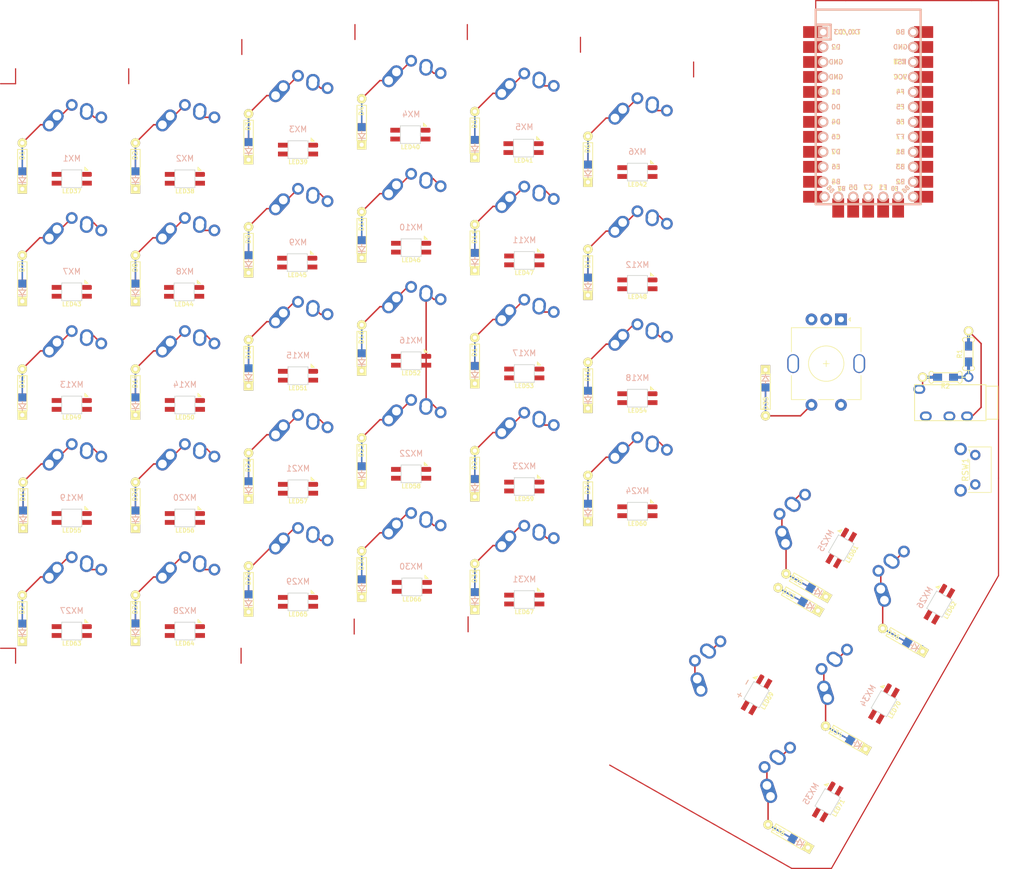
<source format=kicad_pcb>
(kicad_pcb (version 20211014) (generator pcbnew)
  (layers (0 "F.Cu" signal) (31 "B.Cu" signal) (34 "B.Paste" user) (35 "F.Paste" user) (36 "B.SilkS" user "B.Silkscreen") (37 "F.SilkS" user "F.Silkscreen") (38 "B.Mask" user) (39 "F.Mask" user) (44 "Edge.Cuts" user))
  (net 0 "")
  (net 1 "Net-(D1-Pad2)")
  (net 2 "ROW0")
  (net 3 "Net-(D2-Pad2)")
  (net 4 "Net-(D3-Pad2)")
  (net 5 "Net-(D4-Pad2)")
  (net 6 "Net-(D5-Pad2)")
  (net 7 "Net-(D6-Pad2)")
  (net 8 "Net-(D7-Pad2)")
  (net 9 "ROW1")
  (net 10 "Net-(D8-Pad2)")
  (net 11 "Net-(D9-Pad2)")
  (net 12 "Net-(D10-Pad2)")
  (net 13 "Net-(D11-Pad2)")
  (net 14 "Net-(D12-Pad2)")
  (net 15 "Net-(D13-Pad2)")
  (net 16 "ROW2")
  (net 17 "Net-(D14-Pad2)")
  (net 18 "Net-(D15-Pad2)")
  (net 19 "Net-(D16-Pad2)")
  (net 20 "Net-(D17-Pad2)")
  (net 21 "Net-(D18-Pad2)")
  (net 22 "Net-(D19-Pad2)")
  (net 23 "ROW3")
  (net 24 "Net-(D20-Pad2)")
  (net 25 "Net-(D21-Pad2)")
  (net 26 "Net-(D22-Pad2)")
  (net 27 "Net-(D23-Pad2)")
  (net 28 "Net-(D24-Pad2)")
  (net 29 "Net-(D25-Pad2)")
  (net 30 "Net-(D26-Pad2)")
  (net 31 "Net-(D27-Pad2)")
  (net 32 "ROW4")
  (net 33 "Net-(D28-Pad2)")
  (net 34 "Net-(D29-Pad2)")
  (net 35 "Net-(D30-Pad2)")
  (net 36 "Net-(D31-Pad2)")
  (net 37 "Net-(D33-Pad2)")
  (net 38 "Net-(D34-Pad2)")
  (net 39 "Net-(D35-Pad2)")
  (net 40 "ROW5")
  (net 41 "Net-(D36-Pad2)")
  (net 42 "GND")
  (net 43 "+5V")
  (net 44 "BACKLIGHT")
  (net 45 "COL0")
  (net 46 "COL1")
  (net 47 "COL2")
  (net 48 "COL3")
  (net 49 "COL4")
  (net 50 "COL5")
  (net 51 "COL6")
  (net 52 "COL7")
  (net 53 "Net-(R1-Pad2)")
  (net 54 "ROT1")
  (net 55 "ROT2")
  (net 56 "Net-(U1-Pad5)")
  (net 57 "LEDSTRIP")
  (net 62 "Net-(LED37-Pad1)")
  (net 63 "Net-(LED38-Pad1)")
  (net 64 "Net-(LED39-Pad1)")
  (net 65 "Net-(LED40-Pad1)")
  (net 66 "Net-(LED41-Pad1)")
  (net 67 "Net-(LED42-Pad1)")
  (net 68 "Net-(LED43-Pad1)")
  (net 69 "Net-(LED44-Pad1)")
  (net 70 "Net-(LED45-Pad1)")
  (net 71 "Net-(LED46-Pad1)")
  (net 72 "Net-(LED47-Pad1)")
  (net 73 "Net-(LED48-Pad1)")
  (net 74 "Net-(LED49-Pad1)")
  (net 75 "Net-(LED50-Pad1)")
  (net 76 "Net-(LED51-Pad1)")
  (net 77 "Net-(LED52-Pad1)")
  (net 78 "Net-(LED53-Pad1)")
  (net 79 "Net-(LED54-Pad1)")
  (net 80 "Net-(LED55-Pad1)")
  (net 81 "Net-(LED56-Pad1)")
  (net 82 "Net-(LED57-Pad1)")
  (net 83 "Net-(LED58-Pad1)")
  (net 84 "Net-(LED59-Pad1)")
  (net 85 "Net-(LED60-Pad1)")
  (net 86 "Net-(LED61-Pad1)")
  (net 87 "Net-(LED62-Pad1)")
  (net 88 "Net-(LED63-Pad1)")
  (net 89 "Net-(LED64-Pad1)")
  (net 90 "Net-(LED65-Pad1)")
  (net 91 "Net-(LED66-Pad1)")
  (net 92 "Net-(LED67-Pad1)")
  (net 93 "Net-(LED69-Pad1)")
  (net 94 "Net-(LED70-Pad1)")
  (net 96 "Net-(RSW1-Pad1)")
  (net 97 "Net-(RSW1-Pad3)")
  (footprint "Keebio-parts:MX-Alps-Choc-1U-NoLED" (layer "F.Cu") (at 135.255 77.702866)
    (fp_text reference "MX18")
    (fp_text value "MX-NoLED")
  )
  (footprint "Keebio-parts:MX-Alps-Choc-1U-NoLED" (layer "F.Cu") (at 77.724 54.715866)
    (fp_text reference "MX9")
    (fp_text value "MX-NoLED")
  )
  (footprint "Keebio-parts:MX-Alps-Choc-1U-NoLED" (layer "F.Cu") (at 39.37 78.845866)
    (fp_text reference "MX13")
    (fp_text value "MX-NoLED")
  )
  (footprint "Keebio-parts:SK6812-MINI-E" (layer "F.Cu") (at 77.724 99.695)
    (fp_text reference "LED57")
    (fp_text value "SK6812MINI" hide)
    (fp_line (start -1.7 1.5) (end -1.7 -1.5) (layer "Edge.Cuts") (width 0.12))
    (fp_line (start -1.7 -1.5) (end 1.7 -1.5) (layer "Edge.Cuts") (width 0.12))
    (fp_line (start 1.7 -1.5) (end 1.7 1.5) (layer "Edge.Cuts") (width 0.12))
    (fp_line (start 1.7 1.5) (end -1.7 1.5) (layer "Edge.Cuts") (width 0.12))
  )
  (footprint "Keebio-parts:Diode-hybrid-3pad" (layer "F.Cu") (at 162.484501 118.424866 -30)
    (fp_text reference "D33")
    (fp_text value "D_Small_Filled" hide)
  )
  (footprint "Keebio-parts:Diode-hybrid-3pad" (layer "F.Cu") (at 50.165 83.290866 -90)
    (fp_text reference "D14")
    (fp_text value "D_Small_Filled" hide)
  )
  (footprint "Keebio-parts:MX-Alps-Choc-1U-NoLED" (layer "F.Cu") (at 116.078 111.865866)
    (fp_text reference "MX31")
    (fp_text value "MX-NoLED")
  )
  (footprint "Keebio-parts:SK6812-MINI-E" (layer "F.Cu") (at 58.547 123.825)
    (fp_text reference "LED64")
    (fp_text value "SK6812MINI" hide)
    (fp_line (start 1.7 1.5) (end -1.7 1.5) (layer "Edge.Cuts") (width 0.12))
    (fp_line (start -1.7 1.5) (end -1.7 -1.5) (layer "Edge.Cuts") (width 0.12))
    (fp_line (start -1.7 -1.5) (end 1.7 -1.5) (layer "Edge.Cuts") (width 0.12))
    (fp_line (start 1.7 -1.5) (end 1.7 1.5) (layer "Edge.Cuts") (width 0.12))
  )
  (footprint "Keebio-parts:Diode-hybrid-3pad" (layer "F.Cu") (at 170.534917 141.890866 -30)
    (fp_text reference "D34")
    (fp_text value "D_Small_Filled" hide)
  )
  (footprint "Keebio-parts:MX-Alps-Choc-1U-NoLED" (layer "F.Cu") (at 116.078 35.157866)
    (fp_text reference "MX5")
    (fp_text value "MX-NoLED")
  )
  (footprint "Keebio-parts:MX-Alps-Choc-1U-NoLED" (layer "F.Cu") (at 116.078 73.511866)
    (fp_text reference "MX17")
    (fp_text value "MX-NoLED")
  )
  (footprint "Keebio-parts:Diode-hybrid-3pad" (layer "F.Cu") (at 88.519 94.974866 -90)
    (fp_text reference "D22")
    (fp_text value "D_Small_Filled" hide)
  )
  (footprint "Keebio-parts:Diode-hybrid-3pad" (layer "F.Cu") (at 30.988 44.936866 -90)
    (fp_text reference "D1")
    (fp_text value "D_Small_Filled" hide)
  )
  (footprint "Keebio-parts:MX-Alps-Choc-1U-NoLED" (layer "F.Cu") (at 77.724 35.538866)
    (fp_text reference "MX3")
    (fp_text value "MX-NoLED")
  )
  (footprint "Keebio-parts:SK6812-MINI-E" (layer "F.Cu") (at 186.436 119.253 60)
    (fp_text reference "LED62")
    (fp_text value "SK6812MINI" hide)
    (fp_line (start 1.7 1.5) (end -1.7 1.5) (layer "Edge.Cuts") (width 0.12))
    (fp_line (start 1.7 -1.5) (end 1.7 1.5) (layer "Edge.Cuts") (width 0.12))
    (fp_line (start -1.7 1.5) (end -1.7 -1.5) (layer "Edge.Cuts") (width 0.12))
    (fp_line (start -1.7 -1.5) (end 1.7 -1.5) (layer "Edge.Cuts") (width 0.12))
  )
  (footprint "Keebio-parts:SK6812-MINI-E" (layer "F.Cu") (at 155.448 134.62 60)
    (fp_text reference "LED69")
    (fp_text value "SK6812MINI" hide)
    (fp_line (start -1.7 1.5) (end -1.7 -1.5) (layer "Edge.Cuts") (width 0.12))
    (fp_line (start 1.7 -1.5) (end 1.7 1.5) (layer "Edge.Cuts") (width 0.12))
    (fp_line (start -1.7 -1.5) (end 1.7 -1.5) (layer "Edge.Cuts") (width 0.12))
    (fp_line (start 1.7 1.5) (end -1.7 1.5) (layer "Edge.Cuts") (width 0.12))
  )
  (footprint "Keebio-parts:SK6812-MINI-E" (layer "F.Cu") (at 135.255 103.505)
    (fp_text reference "LED60")
    (fp_text value "SK6812MINI" hide)
    (fp_line (start -1.7 -1.5) (end 1.7 -1.5) (layer "Edge.Cuts") (width 0.12))
    (fp_line (start 1.7 1.5) (end -1.7 1.5) (layer "Edge.Cuts") (width 0.12))
    (fp_line (start 1.7 -1.5) (end 1.7 1.5) (layer "Edge.Cuts") (width 0.12))
    (fp_line (start -1.7 1.5) (end -1.7 -1.5) (layer "Edge.Cuts") (width 0.12))
  )
  (footprint "Keebio-parts:RotaryEncoder_EC11" (layer "F.Cu") (at 167.259 78.464866 -90)
    (fp_text reference "SW1")
    (fp_text value "RotaryEncoder_Switch")
  )
  (footprint "Keebio-parts:SK6812-MINI-E" (layer "F.Cu") (at 135.255 45.974)
    (fp_text reference "LED42")
    (fp_text value "SK6812MINI" hide)
    (fp_line (start 1.7 1.5) (end -1.7 1.5) (layer "Edge.Cuts") (width 0.12))
    (fp_line (start -1.7 -1.5) (end 1.7 -1.5) (layer "Edge.Cuts") (width 0.12))
    (fp_line (start -1.7 1.5) (end -1.7 -1.5) (layer "Edge.Cuts") (width 0.12))
    (fp_line (start 1.7 -1.5) (end 1.7 1.5) (layer "Edge.Cuts") (width 0.12))
  )
  (footprint "Keebio-parts:Diode-hybrid-3pad" (layer "F.Cu") (at 69.342 116.691866 -90)
    (fp_text reference "D29")
    (fp_text value "D_Small_Filled" hide)
  )
  (footprint "Keebio-parts:Diode-hybrid-3pad" (layer "F.Cu") (at 180.213 125.327866 -30)
    (fp_text reference "D26")
    (fp_text value "D_Small_Filled" hide)
  )
  (footprint "Keebio-parts:SK6812-MINI-E" (layer "F.Cu") (at 39.37 85.471)
    (fp_text reference "LED49")
    (fp_text value "SK6812MINI" hide)
    (fp_line (start -1.7 1.5) (end -1.7 -1.5) (layer "Edge.Cuts") (width 0.12))
    (fp_line (start 1.7 1.5) (end -1.7 1.5) (layer "Edge.Cuts") (width 0.12))
    (fp_line (start 1.7 -1.5) (end 1.7 1.5) (layer "Edge.Cuts") (width 0.12))
    (fp_line (start -1.7 -1.5) (end 1.7 -1.5) (layer "Edge.Cuts") (width 0.12))
  )
  (footprint "Keebio-parts:MX-Alps-Choc-1U-NoLED" (layer "F.Cu") (at 181.229 116.564866 60)
    (fp_text reference "MX26")
    (fp_text value "MX-NoLED")
  )
  (footprint "Keebio-parts:MX-Alps-Choc-1U-NoLED" (layer "F.Cu") (at 77.724 112.246866)
    (fp_text reference "MX29")
    (fp_text value "MX-NoLED")
  )
  (footprint "Keebio-parts:Diode-hybrid-3pad" (layer "F.Cu") (at 69.342 59.160866 -90)
    (fp_text reference "D9")
    (fp_text value "D_Small_Filled" hide)
  )
  (footprint "Keebio-parts:MX-Alps-Choc-1U-NoLED" (layer "F.Cu") (at 96.901 52.175866)
    (fp_text reference "MX10")
    (fp_text value "MX-NoLED")
  )
  (footprint "Keebio-parts:Diode-hybrid-3pad" (layer "F.Cu") (at 50.165 44.936866 -90)
    (fp_text reference "D2")
    (fp_text value "D_Small_Filled" hide)
  )
  (footprint "Keebio-parts:MX-Alps-Choc-1U-NoLED" (layer "F.Cu") (at 96.901 71.352866)
    (fp_text reference "MX16")
    (fp_text value "MX-NoLED")
  )
  (footprint "Keebio-parts:SK6812-MINI-E" (layer "F.Cu") (at 116.078 99.314)
    (fp_text reference "LED59")
    (fp_text value "SK6812MINI" hide)
    (fp_line (start 1.7 1.5) (end -1.7 1.5) (layer "Edge.Cuts") (width 0.12))
    (fp_line (start -1.7 1.5) (end -1.7 -1.5) (layer "Edge.Cuts") (width 0.12))
    (fp_line (start 1.7 -1.5) (end 1.7 1.5) (layer "Edge.Cuts") (width 0.12))
    (fp_line (start -1.7 -1.5) (end 1.7 -1.5) (layer "Edge.Cuts") (width 0.12))
  )
  (footprint "Keebio-parts:MX-Alps-Choc-1U-NoLED" (layer "F.Cu") (at 39.37 59.668866)
    (fp_text reference "MX7")
    (fp_text value "MX-NoLED")
  )
  (footprint "Keebio-parts:Diode-hybrid-3pad" (layer "F.Cu") (at 107.696 58.779866 -90)
    (fp_text reference "D11")
    (fp_text value "D_Small_Filled" hide)
  )
  (footprint "Keebio-parts:Diode-hybrid-3pad" (layer "F.Cu") (at 69.342 78.337866 -90)
    (fp_text reference "D15")
    (fp_text value "D_Small_Filled" hide)
  )
  (footprint "Keebio-parts:MX-Alps-Choc-1U-NoLED" (layer "F.Cu") (at 135.255 58.525866)
    (fp_text reference "MX12")
    (fp_text value "MX-NoLED")
  )
  (footprint "Keebio-parts:SK6812-MINI-E" (layer "F.Cu") (at 77.597 61.332)
    (fp_text reference "LED45")
    (fp_text value "SK6812MINI" hide)
    (fp_line (start 1.7 1.5) (end -1.7 1.5) (layer "Edge.Cuts") (width 0.12))
    (fp_line (start -1.7 1.5) (end -1.7 -1.5) (layer "Edge.Cuts") (width 0.12))
    (fp_line (start 1.7 -1.5) (end 1.7 1.5) (layer "Edge.Cuts") (width 0.12))
    (fp_line (start -1.7 -1.5) (end 1.7 -1.5) (layer "Edge.Cuts") (width 0.12))
  )
  (footprint "Keebio-parts:MX-Alps-Choc-1U-NoLED" (layer "F.Cu") (at 96.901 90.529866)
    (fp_text reference "MX22")
    (fp_text value "MX-NoLED")
  )
  (footprint "Keebio-parts:Diode-hybrid-3pad" (layer "F.Cu") (at 107.696 97.133866 -90)
    (fp_text reference "D23")
    (fp_text value "D_Small_Filled" hide)
  )
  (footprint "Keebio-parts:SK6812-MINI-E" (layer "F.Cu") (at 116.078 60.96)
    (fp_text reference "LED47")
    (fp_text value "SK6812MINI" hide)
    (fp_line (start 1.7 1.5) (end -1.7 1.5) (layer "Edge.Cuts") (width 0.12))
    (fp_line (start -1.7 1.5) (end -1.7 -1.5) (layer "Edge.Cuts") (width 0.12))
    (fp_line (start -1.7 -1.5) (end 1.7 -1.5) (layer "Edge.Cuts") (width 0.12))
    (fp_line (start 1.7 -1.5) (end 1.7 1.5) (layer "Edge.Cuts") (width 0.12))
  )
  (footprint "Keebio-parts:SK6812-MINI-E" (layer "F.Cu") (at 97.028 116.332)
    (fp_text reference "LED66")
    (fp_text value "SK6812MINI" hide)
    (fp_line (start 1.7 -1.5) (end 1.7 1.5) (layer "Edge.Cuts") (width 0.12))
    (fp_line (start -1.7 1.5) (end -1.7 -1.5) (layer "Edge.Cuts") (width 0.12))
    (fp_line (start -1.7 -1.5) (end 1.7 -1.5) (layer "Edge.Cuts") (width 0.12))
    (fp_line (start 1.7 1.5) (end -1.7 1.5) (layer "Edge.Cuts") (width 0.12))
  )
  (footprint "Keebio-parts:Diode-hybrid-3pad" (layer "F.Cu") (at 30.988 63.986866 -90)
    (fp_text reference "D7")
    (fp_text value "D_Small_Filled" hide)
  )
  (footprint "Keebio-parts:MX-Alps-Choc-1U-NoLED" (layer "F.Cu") (at 135.255 96.879866)
    (fp_text reference "MX24")
    (fp_text value "MX-NoLED")
  )
  (footprint "Keebio-parts:Diode-hybrid-3pad" (layer "F.Cu") (at 88.519 56.620866 -90)
    (fp_text reference "D10")
    (fp_text value "D_Small_Filled" hide)
  )
  (footprint "Keebio-parts:Diode-hybrid-3pad" (layer "F.Cu") (at 126.873 82.147866 -90)
    (fp_text reference "D18")
    (fp_text value "D_Small_Filled" hide)
  )
  (footprint "Keebio-parts:SK6812-MINI-E" (layer "F.Cu") (at 39.37 123.825)
    (fp_text reference "LED63")
    (fp_text value "SK6812MINI" hide)
    (fp_line (start 1.7 -1.5) (end 1.7 1.5) (layer "Edge.Cuts") (width 0.12))
    (fp_line (start -1.7 1.5) (end -1.7 -1.5) (layer "Edge.Cuts") (width 0.12))
    (fp_line (start 1.7 1.5) (end -1.7 1.5) (layer "Edge.Cuts") (width 0.12))
    (fp_line (start -1.7 -1.5) (end 1.7 -1.5) (layer "Edge.Cuts") (width 0.12))
  )
  (footprint "Keebio-parts:MX-Alps-Choc-1U-NoLED" (layer "F.Cu") (at 58.547 78.845866)
    (fp_text reference "MX14")
    (fp_text value "MX-NoLED")
  )
  (footprint "Keebio-parts:Diode-hybrid-3pad" (layer "F.Cu") (at 107.696 39.602866 -90)
    (fp_text reference "D5")
    (fp_text value "D_Small_Filled" hide)
  )
  (footprint "Keebio-parts:Diode-hybrid-3pad" (layer "F.Cu") (at 30.988 83.290866 -90)
    (fp_text reference "D13")
    (fp_text value "D_Small_Filled" hide)
  )
  (footprint "Keebio-parts:Diode-hybrid-3pad" (layer "F.Cu") (at 50.165 121.620866 -90)
    (fp_text reference "D28")
    (fp_text value "D_Small_Filled" hide)
  )
  (footprint "Keebio-parts:Resistor-Hybrid" (layer "F.Cu") (at 187.499 80.772)
    (fp_text reference "R2")
    (fp_text value "4.7kOhm" hide)
  )
  (footprint "Keebio-parts:MX-Alps-Choc-1U-NoLED" (layer "F.Cu") (at 161.925 149.838866 60)
    (fp_text reference "MX35")
    (fp_text value "MX-NoLED")
  )
  (footprint "Keebio-parts:Diode-hybrid-3pad" (layer "F.Cu") (at 31.115 102.467866 -90)
    (fp_text reference "D19")
    (fp_text value "D_Small_Filled" hide)
  )
  (footprint "Keebio-parts:SK6812-MINI-E" (layer "F.Cu") (at 39.37 66.285)
    (fp_text reference "LED43")
    (fp_text value "SK6812MINI" hide)
    (fp_line (start 1.7 -1.5) (end 1.7 1.5) (layer "Edge.Cuts") (width 0.12))
    (fp_line (start 1.7 1.5) (end -1.7 1.5) (layer "Edge.Cuts") (width 0.12))
    (fp_line (start -1.7 1.5) (end -1.7 -1.5) (layer "Edge.Cuts") (width 0.12))
    (fp_line (start -1.7 -1.5) (end 1.7 -1.5) (layer "Edge.Cuts") (width 0.12))
  )
  (footprint "Keebio-parts:Diode-hybrid-3pad" (layer "F.Cu") (at 126.873 101.324866 -90)
    (fp_text reference "D24")
    (fp_text value "D_Small_Filled" hide)
  )
  (footprint "Keebio-parts:MX-Alps-Choc-1U-NoLED" (layer "F.Cu") (at 171.577 133.201866 60)
    (fp_text reference "MX34")
    (fp_text value "MX-NoLED")
  )
  (footprint "Keebio-parts:Elite-C-castellated-29pin-holes" (layer "F.Cu") (at 174.371 36.195 -90)
    (fp_text reference "U1" hide)
    (fp_text value "Elite-C" hide)
  )
  (footprint "Keebio-parts:SK6812-MINI-E" (layer "F.Cu") (at 39.37 104.648)
    (fp_text reference "LED55")
    (fp_text value "SK6812MINI" hide)
    (fp_line (start -1.7 1.5) (end -1.7 -1.5) (layer "Edge.Cuts") (width 0.12))
    (fp_line (start 1.7 1.5) (end -1.7 1.5) (layer "Edge.Cuts") (width 0.12))
    (fp_line (start -1.7 -1.5) (end 1.7 -1.5) (layer "Edge.Cuts") (width 0.12))
    (fp_line (start 1.7 -1.5) (end 1.7 1.5) (layer "Edge.Cuts") (width 0.12))
  )
  (footprint "Keebio-parts:SK6812-MINI-E" (layer "F.Cu") (at 96.774 39.624)
    (fp_text reference "LED40")
    (fp_text value "SK6812MINI" hide)
    (fp_line (start -1.7 1.5) (end -1.7 -1.5) (layer "Edge.Cuts") (width 0.12))
    (fp_line (start -1.7 -1.5) (end 1.7 -1.5) (layer "Edge.Cuts") (width 0.12))
    (fp_line (start 1.7 1.5) (end -1.7 1.5) (layer "Edge.Cuts") (width 0.12))
    (fp_line (start 1.7 -1.5) (end 1.7 1.5) (layer "Edge.Cuts") (width 0.12))
  )
  (footprint "Keebio-parts:Diode-hybrid-3pad" (layer "F.Cu") (at 69.342 97.514866 -90)
    (fp_text reference "D21")
    (fp_text value "D_Small_Filled" hide)
  )
  (footprint "Keebio-parts:MX-Alps-Choc-1U-NoLED" (layer "F.Cu") (at 58.547 59.668866)
    (fp_text reference "MX8")
    (fp_text value "MX-NoLED")
  )
  (footprint "Keebio-parts:MX-Alps-Choc-2U" (layer "F.Cu") (at 150.114 131.804866 60)
    (fp_text reference "MX33")
    (fp_text value "MX-NoLED")
  )
  (footprint "Keebio-parts:Diode-hybrid-3pad" (layer "F.Cu") (at 69.342 39.983866 -90)
    (fp_text reference "D3")
    (fp_text value "D_Small_Filled" hide)
  )
  (footprint "Keebio-parts:MX-Alps-Choc-1U-NoLED" (layer "F.Cu") (at 39.37 98.022866)
    (fp_text reference "MX19")
    (fp_text value "MX-NoLED")
  )
  (footprint "Keebio-parts:SK6812-MINI-E" (layer "F.Cu") (at 58.42 66.294)
    (fp_text reference "LED44")
    (fp_text value "SK6812MINI" hide)
    (fp_line (start -1.7 -1.5) (end 1.7 -1.5) (layer "Edge.Cuts") (width 0.12))
    (fp_line (start 1.7 -1.5) (end 1.7 1.5) (layer "Edge.Cuts") (width 0.12))
    (fp_line (start -1.7 1.5) (end -1.7 -1.5) (layer "Edge.Cuts") (width 0.12))
    (fp_line (start 1.7 1.5) (end -1.7 1.5) (layer "Edge.Cuts") (width 0.12))
  )
  (footprint "Keebio-parts:SK6812-MINI-E" (layer "F.Cu") (at 58.547 85.471)
    (fp_text reference "LED50")
    (fp_text value "SK6812MINI" hide)
    (fp_line (start 1.7 1.5) (end -1.7 1.5) (layer "Edge.Cuts") (width 0.12))
    (fp_line (start -1.7 1.5) (end -1.7 -1.5) (layer "Edge.Cuts") (width 0.12))
    (fp_line (start -1.7 -1.5) (end 1.7 -1.5) (layer "Edge.Cuts") (width 0.12))
    (fp_line (start 1.7 -1.5) (end 1.7 1.5) (layer "Edge.Cuts") (width 0.12))
  )
  (footprint "Keebio-parts:SK6812-MINI-E" (layer "F.Cu") (at 77.724 80.518)
    (fp_text reference "LED51")
    (fp_text value "SK6812MINI" hide)
    (fp_line (start -1.7 1.5) (end -1.7 -1.5) (layer "Edge.Cuts") (width 0.12))
    (fp_line (start 1.7 -1.5) (end 1.7 1.5) (layer "Edge.Cuts") (width 0.12))
    (fp_line (start 1.7 1.5) (end -1.7 1.5) (layer "Edge.Cuts") (width 0.12))
    (fp_line (start -1.7 -1.5) (end 1.7 -1.5) (layer "Edge.Cuts") (width 0.12))
  )
  (footprint "Keebio-parts:SK6812-MINI-E" (layer "F.Cu") (at 58.547 104.648)
    (fp_text reference "LED56")
    (fp_text value "SK6812MINI" hide)
    (fp_line (start 1.7 1.5) (end -1.7 1.5) (layer "Edge.Cuts") (width 0.12))
    (fp_line (start -1.7 -1.5) (end 1.7 -1.5) (layer "Edge.Cuts") (width 0.12))
    (fp_line (start 1.7 -1.5) (end 1.7 1.5) (layer "Edge.Cuts") (width 0.12))
    (fp_line (start -1.7 1.5) (end -1.7 -1.5) (layer "Edge.Cuts") (width 0.12))
  )
  (footprint "Keebio-parts:MX-Alps-Choc-1U-NoLED" (layer "F.Cu") (at 39.37 117.199866)
    (fp_text reference "MX27")
    (fp_text value "MX-NoLED")
  )
  (footprint "Keebio-parts:SK6812-MINI-E" (layer "F.Cu") (at 135.255 84.328)
    (fp_text reference "LED54")
    (fp_text value "SK6812MINI" hide)
    (fp_line (start 1.7 1.5) (end -1.7 1.5) (layer "Edge.Cuts") (width 0.12))
    (fp_line (start 1.7 -1.5) (end 1.7 1.5) (layer "Edge.Cuts") (width 0.12))
    (fp_line (start -1.7 1.5) (end -1.7 -1.5) (layer "Edge.Cuts") (width 0.12))
    (fp_line (start -1.7 -1.5) (end 1.7 -1.5) (layer "Edge.Cuts") (width 0.12))
  )
  (footprint "Keebio-parts:Diode-hybrid-3pad" (layer "F.Cu") (at 126.873 43.793866 -90)
    (fp_text reference "D6")
    (fp_text value "D_Small_Filled" hide)
  )
  (footprint "Keebio-parts:Diode-hybrid-3pad" (layer "F.Cu") (at 50.165 63.986866 -90)
    (fp_text reference "D8")
    (fp_text value "D_Small_Filled" hide)
  )
  (footprint "Keebio-parts:SK6812-MINI-E" (layer "F.Cu") (at 77.724 42.164)
    (fp_text reference "LED39")
    (fp_text value "SK6812MINI" hide)
    (fp_line (start -1.7 -1.5) (end 1.7 -1.5) (layer "Edge.Cuts") (width 0.12))
    (fp_line (start 1.7 1.5) (end -1.7 1.5) (layer "Edge.Cuts") (width 0.12))
    (fp_line (start -1.7 1.5) (end -1.7 -1.5) (layer "Edge.Cuts") (width 0.12))
    (fp_line (start 1.7 -1.5) (end 1.7 1.5) (layer "Edge.Cuts") (width 0.12))
  )
  (footprint "Keebio-parts:SK6812-MINI-E" (layer "F.Cu") (at 116.078 80.137)
    (fp_text reference "LED53")
    (fp_text value "SK6812MINI" hide)
    (fp_line (start -1.7 -1.5) (end 1.7 -1.5) (layer "Edge.Cuts") (width 0.12))
    (fp_line (start 1.7 1.5) (end -1.7 1.5) (layer "Edge.Cuts") (width 0.12))
    (fp_line (start -1.7 1.5) (end -1.7 -1.5) (layer "Edge.Cuts") (width 0.12))
    (fp_line (start 1.7 -1.5) (end 1.7 1.5) (layer "Edge.Cuts") (width 0.12))
  )
  (footprint "Keebio-parts:Diode-hybrid-3pad" (layer "F.Cu") (at 30.988 121.644866 -90)
    (fp_text reference "D27")
    (fp_text value "D_Small_Filled" hide)
  )
  (footprint "Keebio-parts:MX-Alps-Choc-1U-NoLED" (layer "F.Cu") (at 77.724 73.892866)
    (fp_text reference "MX15")
    (fp_text value "MX-NoLED")
  )
  (footprint "Keebio-parts:Diode-hybrid-3pad" (layer "F.Cu") (at 163.83 116.056866 -30)
    (fp_text reference "D25")
    (fp_text value "D_Small_Filled" hide)
  )
  (footprint "Keebio-parts:MX-Alps-Choc-1U-NoLED" (layer "F.Cu") (at 77.724 93.069866)
    (fp_text reference "MX21")
    (fp_text value "MX-NoLED")
  )
  (footprint "Keebio-parts:TRRS-PJ-320A" (layer "F.Cu") (at 194.3425 85.09 -90)
    (fp_text reference "U2")
    (fp_text value "TRRS")
  )
  (footprint "Keebio-parts:MX-Alps-Choc-1U-NoLED" (layer "F.Cu") (at 96.901 109.706866)
    (fp_text reference "MX30")
    (fp_text value "MX-NoLED")
  )
  (footprint "Keebio-parts:Diode-hybrid-3pad" (layer "F.Cu") (at 107.696 77.956866 -90)
    (fp_text reference "D17")
    (fp_text value "D_Small_Filled" hide)
  )
  (footprint "Keebio-parts:SK6812-MINI-E" (layer "F.Cu") (at 177.038 136.144 60)
    (fp_text reference "LED70")
    (fp_text value "SK6812MINI" hide)
    (fp_line (start 1.7 1.5) (end -1.7 1.5) (layer "Edge.Cuts") (width 0.12))
    (fp_line (start -1.7 -1.5) (end 1.7 -1.5) (layer "Edge.Cuts") (width 0.12))
    (fp_line (start 1.7 -1.5) (end 1.7 1.5) (layer "Edge.Cuts") (width 0.12))
    (fp_line (start -1.7 1.5) (end -1.7 -1.5) (layer "Edge.Cuts") (width 0.12))
  )
  (footprint "Keebio-parts:Diode-hybrid-3pad" (layer "F.Cu") (at 126.873 62.970866 -90)
    (fp_text reference "D12")
    (fp_text value "D_Small_Filled" hide)
  )
  (footprint "Keebio-parts:Diode-hybrid-3pad" (layer "F.Cu") (at 88.519 75.797866 -90)
    (fp_text reference "D16")
    (fp_text value "D_Small_Filled" hide)
  )
  (footprint "Keebio-parts:SK6812-MINI-E" (layer "F.Cu") (at 115.951 41.91)
    (fp_text reference "LED41")
    (fp_text value "SK6812MINI" hide)
    (fp_line (start 1.7 -1.5) (end 1.7 1.5) (layer "Edge.Cuts") (width 0.12))
    (fp_line (start -1.7 1.5) (end -1.7 -1.5) (layer "Edge.Cuts") (width 0.12))
    (fp_line (start -1.7 -1.5) (end 1.7 -1.5) (layer "Edge.Cuts") (width 0.12))
    (fp_line (start 1.7 1.5) (end -1.7 1.5) (layer "Edge.Cuts") (width 0.12))
  )
  (footprint "Keebio-parts:SK6812-MINI-E" (layer "F.Cu") (at 96.901 77.978)
    (fp_text reference "LED52")
    (fp_text value "SK6812MINI" hide)
    (fp_line (start 1.7 -1.5) (end 1.7 1.5) (layer "Edge.Cuts") (width 0.12))
    (fp_line (start 1.7 1.5) (end -1.7 1.5) (layer "Edge.Cuts") (width 0.12))
    (fp_line (start -1.7 1.5) (end -1.7 -1.5) (layer "Edge.Cuts") (width 0.12))
    (fp_line (start -1.7 -1.5) (end 1.7 -1.5) (layer "Edge.Cuts") (width 0.12))
  )
  (footprint "Keebio-parts:Diode-hybrid-3pad" (layer "F.Cu") (at 50.165 102.467866 -90)
    (fp_text reference "D20")
    (fp_text value "D_Small_Filled" hide)
  )
  (footprint "Keebio-parts:MX-Alps-Choc-1U-NoLED" (layer "F.Cu") (at 58.547 117.199866)
    (fp_text reference "MX28")
    (fp_text value "MX-NoLED")
  )
  (footprint "Keebio-parts:Diode-hybrid-3pad" (layer "F.Cu") (at 88.519 37.443866 -90)
    (fp_text reference "D4")
    (fp_text value "D_Small_Filled" hide)
  )
  (footprint "Keebio-parts:MX-Alps-Choc-1U-NoLED" (layer "F.Cu") (at 116.078 54.334866)
    (fp_text reference "MX11")
    (fp_text value "MX-NoLED")
  )
  (footprint "Keebio-parts:MX-Alps-Choc-1U-NoLED" (layer "F.Cu") (at 58.547 40.491866)
    (fp_text reference "MX2")
    (fp_text value "MX-NoLED")
  )
  (footprint "Keebio-parts:MX-Alps-Choc-1U-NoLED" (layer "F.Cu") (at 58.547 98.022866)
    (fp_text reference "MX20")
    (fp_text value "MX-NoLED")
  )
  (footprint "Keebio-parts:SK6812-MINI-E" (layer "F.Cu") (at 135.255 65.024)
    (fp_text reference "LED48")
    (fp_text value "SK6812MINI" hide)
    (fp_line (start -1.7 1.5) (end -1.7 -1.5) (layer "Edge.Cuts") (width 0.12))
    (fp_line (start 1.7 1.5) (end -1.7 1.5) (layer "Edge.Cuts") (width 0.12))
    (fp_line (start 1.7 -1.5) (end 1.7 1.5) (layer "Edge.Cuts") (width 0.12))
    (fp_line (start -1.7 -1.5) (end 1.7 -1.5) (layer "Edge.Cuts") (width 0.12))
  )
  (footprint "Keebio-parts:SK6812-MINI-E" (layer "F.Cu") (at 169.799 109.728 60)
    (fp_text reference "LED61")
    (fp_text value "SK6812MINI" hide)
    (fp_line (start -1.7 1.5) (end -1.7 -1.5) (layer "Edge.Cuts") (width 0.12))
    (fp_line (start 1.7 1.5) (end -1.7 1.5) (layer "Edge.Cuts") (width 0.12))
    (fp_line (start 1.7 -1.5) (end 1.7 1.5) (layer "Edge.Cuts") (width 0.12))
    (fp_line (start -1.7 -1.5) (end 1.7 -1.5) (layer "Edge.Cuts") (width 0.12))
  )
  (footprint "Keebio-parts:MX-Alps-Choc-1U-NoLED" (layer "F.Cu") (at 39.37 40.491866)
    (fp_text reference "MX1")
    (fp_text value "MX-NoLED")
  )
  (footprint "Keebio-parts:Diode-hybrid-3pad" (layer "F.Cu") (at 160.782 158.601866 -30)
    (fp_text reference "D36")
    (fp_text value "D_Small_Filled" hide)
  )
  (footprint "Keebio-parts:SK6812-MINI-E" (layer "F.Cu") (at 77.724 118.872)
    (fp_text reference "LED65")
    (fp_text value "SK6812MINI" hide)
    (fp_line (start -1.7 -1.5) (end 1.7 -1.5) (layer "Edge.Cuts") (width 0.12))
    (fp_line (start -1.7 1.5) (end -1.7 -1.5) (layer "Edge.Cuts") (width 0.12))
    (fp_line (start 1.7 1.5) (end -1.7 1.5) (layer "Edge.Cuts") (width 0.12))
    (fp_line (start 1.7 -1.5) (end 1.7 1.5) (layer "Edge.Cuts") (width 0.12))
  )
  (footprint "Keebio-parts:Resistor-Hybrid" (layer "F.Cu") (at 191.389 76.835 -90)
    (fp_text reference "R1")
    (fp_text value "4.7kOhm" hide)
  )
  (footprint "Keebio-parts:MX-Alps-Choc-1U-NoLED" (layer "F.Cu") (at 96.901 32.998866)
    (fp_text reference "MX4")
    (fp_text value "MX-NoLED")
  )
  (footprint "Keebio-parts:MX-Alps-Choc-1U-NoLED" (layer "F.Cu") (at 116.078 92.688866)
    (fp_text reference "MX23")
    (fp_text value "MX-NoLED")
  )
  (footprint "Keebio-parts:SK6812-MINI-E" (layer "F.Cu") (at 167.513 152.781 60)
    (fp_text reference "LED71")
    (fp_text value "SK6812MINI" hide)
    (fp_line (start -1.7 -1.5) (end 1.7 -1.5) (layer "Edge.Cuts") (width 0.12))
    (fp_line (start 1.7 1.5) (end -1.7 1.5) (layer "Edge.Cuts") (width 0.12))
    (fp_line (start -1.7 1.5) (end -1.7 -1.5) (layer "Edge.Cuts") (width 0.12))
    (fp_line (start 1.7 -1.5) (end 1.7 1.5) (layer "Edge.Cuts") (width 0.12))
  )
  (footprint "Keebio-parts:SK6812-MINI-E" (layer "F.Cu") (at 96.901 97.155)
    (fp_text reference "LED58")
    (fp_text value "SK6812MINI" hide)
    (fp_line (start -1.7 -1.5) (end 1.7 -1.5) (layer "Edge.Cuts") (width 0.12))
    (fp_line (start 1.7 1.5) (end -1.7 1.5) (layer "Edge.Cuts") (width 0.12))
    (fp_line (start 1.7 -1.5) (end 1.7 1.5) (layer "Edge.Cuts") (width 0.12))
    (fp_line (start -1.7 1.5) (end -1.7 -1.5) (layer "Edge.Cuts") (width 0.12))
  )
  (footprint "Keebio-parts:SK6812-MINI-E" (layer "F.Cu") (at 58.547 47.117)
    (fp_text reference "LED38")
    (fp_text value "SK6812MINI" hide)
    (fp_line (start 1.7 -1.5) (end 1.7 1.5) (layer "Edge.Cuts") (width 0.12))
    (fp_line (start 1.7 1.5) (end -1.7 1.5) (layer "Edge.Cuts") (width 0.12))
    (fp_line (start -1.7 -1.5) (end 1.7 -1.5) (layer "Edge.Cuts") (width 0.12))
    (fp_line (start -1.7 1.5) (end -1.7 -1.5) (layer "Edge.Cuts") (width 0.12))
  )
  (footprint "Keebio-parts:Diode-hybrid-3pad" (layer "F.Cu") (at 107.696 116.310866 -90)
    (fp_text reference "D31")
    (fp_text value "D_Small_Filled" hide)
  )
  (footprint "Keebio-parts:SW_Tactile_SPST_Angled_MJTP1117" (layer "F.Cu") (at 192.532 93.958866 -90)
    (fp_text reference "RSW1")
    (fp_text value "RESET SWITCH")
  )
  (footprint "Keebio-parts:SK6812-MINI-E" (layer "F.Cu") (at 96.901 58.801)
    (fp_text reference "LED46")
    (fp_text value "SK6812MINI" hide)
    (fp_line (start -1.7 1.5) (end -1.7 -1.5) (layer "Edge.Cuts") (width 0.12))
    (fp_line (start 1.7 1.5) (end -1.7 1.5) (layer "Edge.Cuts") (width 0.12))
    (fp_line (start 1.7 -1.5) (end 1.7 1.5) (layer "Edge.Cuts") (width 0.12))
    (fp_line (start -1.7 -1.5) (end 1.7 -1.5) (layer "Edge.Cuts") (width 0.12))
  )
  (footprint "Keebio-parts:SK6812-MINI-E" (layer "F.Cu") (at 39.37 47.108)
    (fp_text reference "LED37")
    (fp_text value "SK6812MINI" hide)
    (fp_line (start -1.7 1.5) (end -1.7 -1.5) (layer "Edge.Cuts") (width 0.12))
    (fp_line (start 1.7 -1.5) (end 1.7 1.5) (layer "Edge.Cuts") (width 0.12))
    (fp_line (start 1.7 1.5) (end -1.7 1.5) (layer "Edge.Cuts") (width 0.12))
    (fp_line (start -1.7 -1.5) (end 1.7 -1.5) (layer "Edge.Cuts") (width 0.12))
  )
  (footprint "Keebio-parts:MX-Alps-Choc-1U-NoLED" (layer "F.Cu") (at 135.255 39.348866)
    (fp_text reference "MX6")
    (fp_text value "MX-NoLED")
  )
  (footprint "Keebio-parts:Diode-hybrid-3pad" (layer "F.Cu") (at 156.972 83.417866 90)
    (fp_text reference "D35")
    (fp_text value "D_Small_Filled" hide)
  )
  (footprint "Keebio-parts:SK6812-MINI-E" (layer "F.Cu") (at 116.078 118.482)
    (fp_text reference "LED67")
    (fp_text value "SK6812MINI" hide)
    (fp_line (start 1.7 -1.5) (end 1.7 1.5) (layer "Edge.Cuts") (width 0.12))
    (fp_line (start -1.7 -1.5) (end 1.7 -1.5) (layer "Edge.Cuts") (width 0.12))
    (fp_line (start -1.7 1.5) (end -1.7 -1.5) (layer "Edge.Cuts") (width 0.12))
    (fp_line (start 1.7 1.5) (end -1.7 1.5) (layer "Edge.Cuts") (width 0.12))
  )
  (footprint "Keebio-parts:Diode-hybrid-3pad" (layer "F.Cu") (at 88.519 114.151866 -90)
    (fp_text reference "D30")
    (fp_text value "D_Small_Filled" hide)
  )
  (footprint "Keebio-parts:MX-Alps-Choc-1U-NoLED" (layer "F.Cu") (at 164.465 106.912866 60)
    (fp_text reference "MX25")
    (fp_text value "MX-NoLED")
  )
  (gr_line (start 29.845 126.746) (end 27.305 126.746) (layer "F.Cu") (width 0.2))
  (gr_line (start 196.469 97.917) (end 196.469 114.427) (layer "F.Cu") (width 0.2))
  (gr_line (start 68.072 126.746) (end 68.072 129.286) (layer "F.Cu") (width 0.2))
  (gr_line (start 49.022 30.988) (end 49.022 28.448) (layer "F.Cu") (width 0.2))
  (gr_line (start 170.561 16.891) (end 191.897 16.891) (layer "F.Cu") (width 0.2))
  (gr_line (start 144.78 29.845) (end 144.78 27.305) (layer "F.Cu") (width 0.2))
  (gr_line (start 29.845 30.988) (end 27.305 30.988) (layer "F.Cu") (width 0.2))
  (gr_line (start 106.426 23.495) (end 106.426 20.955) (layer "F.Cu") (width 0.2))
  (gr_line (start 168.148 164.084) (end 161.417 164.084) (layer "F.Cu") (width 0.2))
  (gr_line (start 196.469 97.917) (end 196.469 16.891) (layer "F.Cu") (width 0.2))
  (gr_line (start 165.481 18.415) (end 165.481 16.891) (layer "F.Cu") (width 0.2))
  (gr_line (start 29.845 126.746) (end 29.845 129.286) (layer "F.Cu") (width 0.2))
  (gr_line (start 196.469 114.427) (end 168.148 164.084) (layer "F.Cu") (width 0.2))
  (gr_line (start 87.376 23.495) (end 87.376 20.955) (layer "F.Cu") (width 0.2))
  (gr_line (start 161.417 164.084) (end 130.556 146.558) (layer "F.Cu") (width 0.2))
  (gr_line (start 87.249 121.793) (end 87.249 124.333) (layer "F.Cu") (width 0.2))
  (gr_line (start 68.199 26.035) (end 68.199 23.495) (layer "F.Cu") (width 0.2))
  (gr_line (start 125.603 25.654) (end 125.603 23.114) (layer "F.Cu") (width 0.2))
  (gr_line (start 29.845 30.988) (end 29.845 28.448) (layer "F.Cu") (width 0.2))
  (gr_line (start 191.897 16.891) (end 196.469 16.891) (layer "F.Cu") (width 0.2))
  (gr_line (start 106.553 121.412) (end 106.553 123.952) (layer "F.Cu") (width 0.2))
  (gr_line (start 170.561 16.891) (end 165.481 16.891) (layer "F.Cu") (width 0.2))
  (segment (start 39.37 34.591866) (end 37.47 36.491866) (width 0.25) (layer "F.Cu") (net 1))
  (segment (start 37.47 36.491866) (end 36.87 36.491866) (width 0.25) (layer "F.Cu") (net 1))
  (segment (start 34.073 37.951866) (end 30.988 41.036866) (width 0.25) (layer "F.Cu") (net 1))
  (segment (start 35.56 37.951866) (end 34.073 37.951866) (width 0.25) (layer "F.Cu") (net 1))
  (segment (start 53.25 37.951866) (end 50.165 41.036866) (width 0.25) (layer "F.Cu") (net 3))
  (segment (start 58.547 34.591866) (end 56.647 36.491866) (width 0.25) (layer "F.Cu") (net 3))
  (segment (start 54.737 37.951866) (end 53.25 37.951866) (width 0.25) (layer "F.Cu") (net 3))
  (segment (start 56.647 36.491866) (end 56.047 36.491866) (width 0.25) (layer "F.Cu") (net 3))
  (segment (start 77.724 29.638866) (end 75.824 31.538866) (width 0.25) (layer "F.Cu") (net 4))
  (segment (start 72.427 32.998866) (end 69.342 36.083866) (width 0.25) (layer "F.Cu") (net 4))
  (segment (start 73.914 32.998866) (end 72.427 32.998866) (width 0.25) (layer "F.Cu") (net 4))
  (segment (start 75.824 31.538866) (end 75.224 31.538866) (width 0.25) (layer "F.Cu") (net 4))
  (segment (start 96.901 27.098866) (end 95.001 28.998866) (width 0.25) (layer "F.Cu") (net 5))
  (segment (start 93.091 30.458866) (end 91.604 30.458866) (width 0.25) (layer "F.Cu") (net 5))
  (segment (start 91.604 30.458866) (end 88.519 33.543866) (width 0.25) (layer "F.Cu") (net 5))
  (segment (start 95.001 28.998866) (end 94.401 28.998866) (width 0.25) (layer "F.Cu") (net 5))
  (segment (start 116.078 29.257866) (end 114.178 31.157866) (width 0.25) (layer "F.Cu") (net 6))
  (segment (start 112.268 32.617866) (end 110.781 32.617866) (width 0.25) (layer "F.Cu") (net 6))
  (segment (start 110.781 32.617866) (end 107.696 35.702866) (width 0.25) (layer "F.Cu") (net 6))
  (segment (start 114.178 31.157866) (end 113.578 31.157866) (width 0.25) (layer "F.Cu") (net 6))
  (segment (start 129.958 36.808866) (end 126.873 39.893866) (width 0.25) (layer "F.Cu") (net 7))
  (segment (start 131.445 36.808866) (end 129.958 36.808866) (width 0.25) (layer "F.Cu") (net 7))
  (segment (start 133.355 35.348866) (end 132.755 35.348866) (width 0.25) (layer "F.Cu") (net 7))
  (segment (start 135.255 33.448866) (end 133.355 35.348866) (width 0.25) (layer "F.Cu") (net 7))
  (segment (start 37.47 55.668866) (end 36.87 55.668866) (width 0.25) (layer "F.Cu") (net 8))
  (segment (start 33.946 57.128866) (end 30.988 60.086866) (width 0.25) (layer "F.Cu") (net 8))
  (segment (start 39.37 53.768866) (end 37.47 55.668866) (width 0.25) (layer "F.Cu") (net 8))
  (segment (start 35.56 57.128866) (end 33.946 57.128866) (width 0.25) (layer "F.Cu") (net 8))
  (segment (start 56.647 55.668866) (end 56.047 55.668866) (width 0.25) (layer "F.Cu") (net 10))
  (segment (start 58.547 53.768866) (end 56.647 55.668866) (width 0.25) (layer "F.Cu") (net 10))
  (segment (start 53.123 57.128866) (end 50.165 60.086866) (width 0.25) (layer "F.Cu") (net 10))
  (segment (start 54.737 57.128866) (end 53.123 57.128866) (width 0.25) (layer "F.Cu") (net 10))
  (segment (start 77.724 48.815866) (end 75.824 50.715866) (width 0.25) (layer "F.Cu") (net 11))
  (segment (start 75.824 50.715866) (end 75.224 50.715866) (width 0.25) (layer "F.Cu") (net 11))
  (segment (start 72.427 52.175866) (end 69.342 55.260866) (width 0.25) (layer "F.Cu") (net 11))
  (segment (start 73.914 52.175866) (end 72.427 52.175866) (width 0.25) (layer "F.Cu") (net 11))
  (segment (start 93.091 49.635866) (end 91.604 49.635866) (width 0.25) (layer "F.Cu") (net 12))
  (segment (start 95.001 48.175866) (end 94.401 48.175866) (width 0.25) (layer "F.Cu") (net 12))
  (segment (start 91.604 49.635866) (end 88.519 52.720866) (width 0.25) (layer "F.Cu") (net 12))
  (segment (start 96.901 46.275866) (end 95.001 48.175866) (width 0.25) (layer "F.Cu") (net 12))
  (segment (start 116.078 48.434866) (end 114.178 50.334866) (width 0.25) (layer "F.Cu") (net 13))
  (segment (start 110.781 51.794866) (end 107.696 54.879866) (width 0.25) (layer "F.Cu") (net 13))
  (segment (start 112.268 51.794866) (end 110.781 51.794866) (width 0.25) (layer "F.Cu") (net 13))
  (segment (start 114.178 50.334866) (end 113.578 50.334866) (width 0.25) (layer "F.Cu") (net 13))
  (segment (start 135.255 52.625866) (end 133.355 54.525866) (width 0.25) (layer "F.Cu") (net 14))
  (segment (start 129.958 55.985866) (end 126.873 59.070866) (width 0.25) (layer "F.Cu") (net 14))
  (segment (start 131.445 55.985866) (end 129.958 55.985866) (width 0.25) (layer "F.Cu") (net 14))
  (segment (start 133.355 54.525866) (end 132.755 54.525866) (width 0.25) (layer "F.Cu") (net 14))
  (segment (start 34.073 76.305866) (end 30.988 79.390866) (width 0.25) (layer "F.Cu") (net 15))
  (segment (start 37.47 74.845866) (end 36.87 74.845866) (width 0.25) (layer "F.Cu") (net 15))
  (segment (start 35.56 76.305866) (end 34.073 76.305866) (width 0.25) (layer "F.Cu") (net 15))
  (segment (start 39.37 72.945866) (end 37.47 74.845866) (width 0.25) (layer "F.Cu") (net 15))
  (segment (start 54.737 76.305866) (end 53.25 76.305866) (width 0.25) (layer "F.Cu") (net 17))
  (segment (start 53.25 76.305866) (end 50.165 79.390866) (width 0.25) (layer "F.Cu") (net 17))
  (segment (start 58.547 72.945866) (end 56.647 74.845866) (width 0.25) (layer "F.Cu") (net 17))
  (segment (start 56.647 74.845866) (end 56.047 74.845866) (width 0.25) (layer "F.Cu") (net 17))
  (segment (start 69.342 74.437866) (end 72.427 71.352866) (width 0.25) (layer "F.Cu") (net 18))
  (segment (start 77.124 67.992866) (end 77.724 67.992866) (width 0.25) (layer "F.Cu") (net 18))
  (segment (start 75.224 69.892866) (end 77.124 67.992866) (width 0.25) (layer "F.Cu") (net 18))
  (segment (start 72.427 71.352866) (end 73.914 71.352866) (width 0.25) (layer "F.Cu") (net 18))
  (segment (start 91.604 68.812866) (end 93.091 68.812866) (width 0.25) (layer "F.Cu") (net 19))
  (segment (start 88.519 71.897866) (end 91.604 68.812866) (width 0.25) (layer "F.Cu") (net 19))
  (segment (start 96.301 65.452866) (end 96.901 65.452866) (width 0.25) (layer "F.Cu") (net 19))
  (segment (start 94.401 67.352866) (end 96.301 65.452866) (width 0.25) (layer "F.Cu") (net 19))
  (segment (start 116.078 67.611866) (end 114.178 69.511866) (width 0.25) (layer "F.Cu") (net 20))
  (segment (start 114.178 69.511866) (end 113.578 69.511866) (width 0.25) (layer "F.Cu") (net 20))
  (segment (start 112.268 70.971866) (end 110.781 70.971866) (width 0.25) (layer "F.Cu") (net 20))
  (segment (start 110.781 70.971866) (end 107.696 74.056866) (width 0.25) (layer "F.Cu") (net 20))
  (segment (start 129.958 75.162866) (end 131.445 75.162866) (width 0.25) (layer "F.Cu") (net 21))
  (segment (start 134.655 71.802866) (end 135.255 71.802866) (width 0.25) (layer "F.Cu") (net 21))
  (segment (start 126.873 78.247866) (end 129.958 75.162866) (width 0.25) (layer "F.Cu") (net 21))
  (segment (start 132.755 73.702866) (end 134.655 71.802866) (width 0.25) (layer "F.Cu") (net 21))
  (segment (start 34.2 95.482866) (end 31.115 98.567866) (width 0.25) (layer "F.Cu") (net 22))
  (segment (start 37.47 94.022866) (end 36.87 94.022866) (width 0.25) (layer "F.Cu") (net 22))
  (segment (start 39.37 92.122866) (end 37.47 94.022866) (width 0.25) (layer "F.Cu") (net 22))
  (segment (start 35.56 95.482866) (end 34.2 95.482866) (width 0.25) (layer "F.Cu") (net 22))
  (segment (start 183.590499 127.277866) (end 183.590499 126.354106) (width 0.25) (layer "B.Cu") (net 23))
  (segment (start 58.547 92.122866) (end 56.647 94.022866) (width 0.25) (layer "F.Cu") (net 24))
  (segment (start 53.25 95.482866) (end 50.165 98.567866) (width 0.25) (layer "F.Cu") (net 24))
  (segment (start 56.647 94.022866) (end 56.047 94.022866) (width 0.25) (layer "F.Cu") (net 24))
  (segment (start 54.737 95.482866) (end 53.25 95.482866) (width 0.25) (layer "F.Cu") (net 24))
  (segment (start 72.427 90.529866) (end 69.342 93.614866) (width 0.25) (layer "F.Cu") (net 25))
  (segment (start 73.914 90.529866) (end 72.427 90.529866) (width 0.25) (layer "F.Cu") (net 25))
  (segment (start 77.724 87.169866) (end 75.824 89.069866) (width 0.25) (layer "F.Cu") (net 25))
  (segment (start 75.824 89.069866) (end 75.224 89.069866) (width 0.25) (layer "F.Cu") (net 25))
  (segment (start 93.091 87.989866) (end 91.604 87.989866) (width 0.25) (layer "F.Cu") (net 26))
  (segment (start 96.901 84.629866) (end 95.001 86.529866) (width 0.25) (layer "F.Cu") (net 26))
  (segment (start 91.604 87.989866) (end 88.519 91.074866) (width 0.25) (layer "F.Cu") (net 26))
  (segment (start 95.001 86.529866) (end 94.401 86.529866) (width 0.25) (layer "F.Cu") (net 26))
  (segment (start 112.268 90.148866) (end 110.781 90.148866) (width 0.25) (layer "F.Cu") (net 27))
  (segment (start 116.078 86.788866) (end 114.178 88.688866) (width 0.25) (layer "F.Cu") (net 27))
  (segment (start 110.781 90.148866) (end 107.696 93.233866) (width 0.25) (layer "F.Cu") (net 27))
  (segment (start 114.178 88.688866) (end 113.578 88.688866) (width 0.25) (layer "F.Cu") (net 27))
  (segment (start 129.958 94.339866) (end 126.873 97.424866) (width 0.25) (layer "F.Cu") (net 28))
  (segment (start 133.355 92.879866) (end 132.755 92.879866) (width 0.25) (layer "F.Cu") (net 28))
  (segment (start 135.255 90.979866) (end 133.355 92.879866) (width 0.25) (layer "F.Cu") (net 28))
  (segment (start 131.445 94.339866) (end 129.958 94.339866) (width 0.25) (layer "F.Cu") (net 28))
  (segment (start 160.452501 109.034629) (end 160.360295 108.942423) (width 0.25) (layer "F.Cu") (net 29))
  (segment (start 159.750898 104.358314) (end 159.35545 103.962866) (width 0.25) (layer "F.Cu") (net 29))
  (segment (start 159.750898 107.07793) (end 159.750898 104.358314) (width 0.25) (layer "F.Cu") (net 29))
  (segment (start 160.452501 114.106866) (end 160.452501 109.034629) (width 0.25) (layer "F.Cu") (net 29))
  (segment (start 176.835501 123.377866) (end 176.835501 118.883217) (width 0.25) (layer "F.Cu") (net 30))
  (segment (start 176.835501 118.883217) (end 177.124295 118.594423) (width 0.25) (layer "F.Cu") (net 30))
  (segment (start 176.514898 114.010314) (end 176.11945 113.614866) (width 0.25) (layer "F.Cu") (net 30))
  (segment (start 176.514898 116.72993) (end 176.514898 114.010314) (width 0.25) (layer "F.Cu") (net 30))
  (segment (start 36.87 113.199866) (end 38.77 111.299866) (width 0.25) (layer "F.Cu") (net 31))
  (segment (start 30.988 117.744866) (end 34.073 114.659866) (width 0.25) (layer "F.Cu") (net 31))
  (segment (start 34.073 114.659866) (end 35.56 114.659866) (width 0.25) (layer "F.Cu") (net 31))
  (segment (start 38.77 111.299866) (end 39.37 111.299866) (width 0.25) (layer "F.Cu") (net 31))
  (segment (start 50.141 125.544866) (end 50.165 125.520866) (width 0.25) (layer "B.Cu") (net 32))
  (segment (start 165.698 120.210866) (end 165.862 120.374866) (width 0.25) (layer "B.Cu") (net 32))
  (segment (start 50.165 117.720866) (end 53.226 114.659866) (width 0.25) (layer "F.Cu") (net 33))
  (segment (start 57.947 111.299866) (end 58.547 111.299866) (width 0.25) (layer "F.Cu") (net 33))
  (segment (start 53.226 114.659866) (end 54.737 114.659866) (width 0.25) (layer "F.Cu") (net 33))
  (segment (start 56.047 113.199866) (end 57.947 111.299866) (width 0.25) (layer "F.Cu") (net 33))
  (segment (start 77.124 106.346866) (end 77.724 106.346866) (width 0.25) (layer "F.Cu") (net 34))
  (segment (start 69.342 112.791866) (end 69.947265 112.791866) (width 0.25) (layer "F.Cu") (net 34))
  (segment (start 75.224 108.246866) (end 77.124 106.346866) (width 0.25) (layer "F.Cu") (net 34))
  (segment (start 69.947265 112.791866) (end 73.032265 109.706866) (width 0.25) (layer "F.Cu") (net 34))
  (segment (start 73.032265 109.706866) (end 73.914 109.706866) (width 0.25) (layer "F.Cu") (net 34))
  (segment (start 94.401 105.706866) (end 96.301 103.806866) (width 0.25) (layer "F.Cu") (net 35))
  (segment (start 91.604 107.166866) (end 93.091 107.166866) (width 0.25) (layer "F.Cu") (net 35))
  (segment (start 96.301 103.806866) (end 96.901 103.806866) (width 0.25) (layer "F.Cu") (net 35))
  (segment (start 88.519 110.251866) (end 91.604 107.166866) (width 0.25) (layer "F.Cu") (net 35))
  (segment (start 113.578 107.865866) (end 115.478 105.965866) (width 0.25) (layer "F.Cu") (net 36))
  (segment (start 107.696 112.410866) (end 110.781 109.325866) (width 0.25) (layer "F.Cu") (net 36))
  (segment (start 110.781 109.325866) (end 112.268 109.325866) (width 0.25) (layer "F.Cu") (net 36))
  (segment (start 115.478 105.965866) (end 116.078 105.965866) (width 0.25) (layer "F.Cu") (net 36))
  (segment (start 147.50804 127.389802) (end 149.323103 125.574739) (width 0.25) (layer "F.Cu") (net 37))
  (segment (start 150.007129 125.574739) (end 149.323103 125.574739) (width 0.25) (layer "F.Cu") (net 37))
  (segment (start 147.466886 127.389802) (end 147.50804 127.389802) (width 0.25) (layer "F.Cu") (net 37))
  (segment (start 166.862898 133.36693) (end 166.862898 130.647314) (width 0.25) (layer "F.Cu") (net 38))
  (segment (start 167.157418 135.5463) (end 167.472295 135.231423) (width 0.25) (layer "F.Cu") (net 38))
  (segment (start 166.862898 130.647314) (end 166.46745 130.251866) (width 0.25) (layer "F.Cu") (net 38))
  (segment (start 167.157418 139.940866) (end 167.157418 135.5463) (width 0.25) (layer "F.Cu") (net 38))
  (segment (start 162.906 87.317866) (end 164.759 85.464866) (width 0.25) (layer "F.Cu") (net 39))
  (segment (start 156.972 87.317866) (end 162.906 87.317866) (width 0.25) (layer "F.Cu") (net 39))
  (segment (start 156.972 79.517866) (end 156.292489 78.838355) (width 0.25) (layer "F.Cu") (net 40))
  (segment (start 156.972 79.353866) (end 156.972 79.517866) (width 0.25) (layer "F.Cu") (net 40))
  (segment (start 157.210898 147.284314) (end 156.81545 146.888866) (width 0.25) (layer "F.Cu") (net 41))
  (segment (start 157.404501 152.284217) (end 157.820295 151.868423) (width 0.25) (layer "F.Cu") (net 41))
  (segment (start 157.210898 150.00393) (end 157.210898 147.284314) (width 0.25) (layer "F.Cu") (net 41))
  (segment (start 157.404501 156.651866) (end 157.404501 152.284217) (width 0.25) (layer "F.Cu") (net 41))
  (segment (start 191.399 80.772) (end 191.399 80.745) (width 0.25) (layer "F.Cu") (net 43))
  (segment (start 191.399 80.745) (end 191.389 80.735) (width 0.25) (layer "F.Cu") (net 43))
  (segment (start 41.87 93.522866) (end 41.91 93.562866) (width 0.25) (layer "F.Cu") (net 45))
  (segment (start 43.09 73.765866) (end 41.91 73.765866) (width 0.25) (layer "F.Cu") (net 45))
  (segment (start 44.37 55.868866) (end 43.09 54.588866) (width 0.25) (layer "F.Cu") (net 45))
  (segment (start 41.87 112.699866) (end 42.57 113.399866) (width 0.25) (layer "F.Cu") (net 45))
  (segment (start 41.87 55.168866) (end 41.91 55.208866) (width 0.25) (layer "F.Cu") (net 45))
  (segment (start 44.37 75.045866) (end 43.09 73.765866) (width 0.25) (layer "F.Cu") (net 45))
  (segment (start 41.87 35.991866) (end 41.91 36.031866) (width 0.25) (layer "F.Cu") (net 45))
  (segment (start 42.57 113.399866) (end 44.37 113.399866) (width 0.25) (layer "F.Cu") (net 45))
  (segment (start 44.37 94.222866) (end 43.09 92.942866) (width 0.25) (layer "F.Cu") (net 45))
  (segment (start 41.91 35.411866) (end 43.19 36.691866) (width 0.25) (layer "F.Cu") (net 45))
  (segment (start 43.09 92.942866) (end 41.91 92.942866) (width 0.25) (layer "F.Cu") (net 45))
  (segment (start 43.09 54.588866) (end 41.91 54.588866) (width 0.25) (layer "F.Cu") (net 45))
  (segment (start 43.19 36.691866) (end 44.37 36.691866) (width 0.25) (layer "F.Cu") (net 45))
  (segment (start 62.267 73.765866) (end 61.087 73.765866) (width 0.25) (layer "F.Cu") (net 46))
  (segment (start 63.547 55.868866) (end 61.747 55.868866) (width 0.25) (layer "F.Cu") (net 46))
  (segment (start 61.087 93.562866) (end 61.047 93.522866) (width 0.25) (layer "F.Cu") (net 46))
  (segment (start 61.087 74.385866) (end 61.047 74.345866) (width 0.25) (layer "F.Cu") (net 46))
  (segment (start 63.547 94.222866) (end 62.267 92.942866) (width 0.25) (layer "F.Cu") (net 46))
  (segment (start 63.547 75.045866) (end 62.267 73.765866) (width 0.25) (layer "F.Cu") (net 46))
  (segment (start 61.747 113.399866) (end 63.547 113.399866) (width 0.25) (layer "F.Cu") (net 46))
  (segment (start 62.267 92.942866) (end 61.087 92.942866) (width 0.25) (layer "F.Cu") (net 46))
  (segment (start 61.047 35.991866) (end 61.747 36.691866) (width 0.25) (layer "F.Cu") (net 46))
  (segment (start 61.047 112.699866) (end 61.747 113.399866) (width 0.25) (layer "F.Cu") (net 46))
  (segment (start 61.747 55.868866) (end 61.047 55.168866) (width 0.25) (layer "F.Cu") (net 46))
  (segment (start 61.087 55.208866) (end 61.047 55.168866) (width 0.25) (layer "F.Cu") (net 46))
  (segment (start 61.747 36.691866) (end 63.547 36.691866) (width 0.25) (layer "F.Cu") (net 46))
  (segment (start 80.224 31.038866) (end 80.264 31.078866) (width 0.25) (layer "F.Cu") (net 47))
  (segment (start 80.224 69.392866) (end 80.264 69.432866) (width 0.25) (layer "F.Cu") (net 47))
  (segment (start 82.724 50.915866) (end 81.444 49.635866) (width 0.25) (layer "F.Cu") (net 47))
  (segment (start 80.224 88.569866) (end 80.264 88.609866) (width 0.25) (layer "F.Cu") (net 47))
  (segment (start 81.544 108.446866) (end 82.724 108.446866) (width 0.25) (layer "F.Cu") (net 47))
  (segment (start 81.444 49.635866) (end 80.264 49.635866) (width 0.25) (layer "F.Cu") (net 47))
  (segment (start 81.444 87.989866) (end 80.264 87.989866) (width 0.25) (layer "F.Cu") (net 47))
  (segment (start 81.544 70.092866) (end 82.724 70.092866) (width 0.25) (layer "F.Cu") (net 47))
  (segment (start 81.544 31.738866) (end 82.724 31.738866) (width 0.25) (layer "F.Cu") (net 47))
  (segment (start 82.724 89.269866) (end 81.444 87.989866) (width 0.25) (layer "F.Cu") (net 47))
  (segment (start 80.264 107.166866) (end 81.544 108.446866) (width 0.25) (layer "F.Cu") (net 47))
  (segment (start 80.224 50.215866) (end 80.264 50.255866) (width 0.25) (layer "F.Cu") (net 47))
  (segment (start 80.264 68.812866) (end 81.544 70.092866) (width 0.25) (layer "F.Cu") (net 47))
  (segment (start 80.264 30.458866) (end 81.544 31.738866) (width 0.25) (layer "F.Cu") (net 47))
  (segment (start 99.441 66.272866) (end 100.721 67.552866) (width 0.25) (layer "F.Cu") (net 48))
  (segment (start 100.721 67.552866) (end 101.901 67.552866) (width 0.25) (layer "F.Cu") (net 48))
  (segment (start 100.621 47.095866) (end 99.441 47.095866) (width 0.25) (layer "F.Cu") (net 48))
  (segment (start 99.441 104.626866) (end 100.721 105.906866) (width 0.25) (layer "F.Cu") (net 48))
  (segment (start 99.441 85.449866) (end 99.441 66.892866) (width 0.25) (layer "F.Cu") (net 48))
  (segment (start 101.901 86.729866) (end 100.621 85.449866) (width 0.25) (layer "F.Cu") (net 48))
  (segment (start 100.721 29.198866) (end 101.901 29.198866) (width 0.25) (layer "F.Cu") (net 48))
  (segment (start 101.901 48.375866) (end 100.621 47.095866) (width 0.25) (layer "F.Cu") (net 48))
  (segment (start 99.441 66.892866) (end 99.401 66.852866) (width 0.25) (layer "F.Cu") (net 48))
  (segment (start 100.721 105.906866) (end 101.901 105.906866) (width 0.25) (layer "F.Cu") (net 48))
  (segment (start 99.441 27.918866) (end 100.721 29.198866) (width 0.25) (layer "F.Cu") (net 48))
  (segment (start 100.621 85.449866) (end 99.441 85.449866) (width 0.25) (layer "F.Cu") (net 48))
  (segment (start 99.441 86.069866) (end 99.401 86.029866) (width 0.25) (layer "F.Cu") (net 48))
  (segment (start 99.441 28.538866) (end 99.401 28.498866) (width 0.25) (layer "F.Cu") (net 48))
  (segment (start 119.798 49.254866) (end 118.618 49.254866) (width 0.25) (layer "F.Cu") (net 49))
  (segment (start 121.078 69.711866) (end 119.278 69.711866) (width 0.25) (layer "F.Cu") (net 49))
  (segment (start 121.078 88.888866) (end 119.278 88.888866) (width 0.25) (layer "F.Cu") (net 49))
  (segment (start 118.578 30.657866) (end 119.278 31.357866) (width 0.25) (layer "F.Cu") (net 49))
  (segment (start 119.278 88.888866) (end 118.578 88.188866) (width 0.25) (layer "F.Cu") (net 49))
  (segment (start 119.278 69.711866) (end 118.578 69.011866) (width 0.25) (layer "F.Cu") (net 49))
  (segment (start 118.618 106.785866) (end 119.898 108.065866) (width 0.25) (layer "F.Cu") (net 49))
  (segment (start 118.578 49.834866) (end 118.618 49.874866) (width 0.25) (layer "F.Cu") (net 49))
  (segment (start 118.578 88.188866) (end 118.618 88.228866) (width 0.25) (layer "F.Cu") (net 49))
  (segment (start 119.898 108.065866) (end 121.078 108.065866) (width 0.25) (layer "F.Cu") (net 49))
  (segment (start 121.078 50.534866) (end 119.798 49.254866) (width 0.25) (layer "F.Cu") (net 49))
  (segment (start 119.278 31.357866) (end 121.078 31.357866) (width 0.25) (layer "F.Cu") (net 49))
  (segment (start 140.255 93.079866) (end 138.975 91.799866) (width 0.25) (layer "F.Cu") (net 50))
  (segment (start 138.975 53.445866) (end 137.795 53.445866) (width 0.25) (layer "F.Cu") (net 50))
  (segment (start 139.075 73.902866) (end 140.255 73.902866) (width 0.25) (layer "F.Cu") (net 50))
  (segment (start 138.455 35.548866) (end 140.255 35.548866) (width 0.25) (layer "F.Cu") (net 50))
  (segment (start 140.255 54.725866) (end 138.975 53.445866) (width 0.25) (layer "F.Cu") (net 50))
  (segment (start 137.795 72.622866) (end 139.075 73.902866) (width 0.25) (layer "F.Cu") (net 50))
  (segment (start 138.975 91.799866) (end 137.795 91.799866) (width 0.25) (layer "F.Cu") (net 50))
  (segment (start 137.755 34.848866) (end 138.455 35.548866) (width 0.25) (layer "F.Cu") (net 50))
  (segment (start 161.335591 102.173161) (end 162.826013 100.682739) (width 0.25) (layer "F.Cu") (net 51))
  (segment (start 145.00445 128.854866) (end 145.00445 131.574482) (width 0.25) (layer "F.Cu") (net 51))
  (segment (start 162.826013 100.682739) (end 163.674103 100.682739) (width 0.25) (layer "F.Cu") (net 51))
  (segment (start 145.00445 131.574482) (end 145.399898 131.96993) (width 0.25) (layer "F.Cu") (net 51))
  (segment (start 160.89895 101.578866) (end 161.817886 102.497802) (width 0.25) (layer "F.Cu") (net 51))
  (segment (start 178.581886 112.149802) (end 178.62304 112.149802) (width 0.25) (layer "F.Cu") (net 52))
  (segment (start 159.277886 145.423802) (end 159.31904 145.423802) (width 0.25) (layer "F.Cu") (net 52))
  (segment (start 168.97104 128.786802) (end 170.786103 126.971739) (width 0.25) (layer "F.Cu") (net 52))
  (segment (start 168.929886 128.786802) (end 168.97104 128.786802) (width 0.25) (layer "F.Cu") (net 52))
  (segment (start 159.31904 145.423802) (end 161.134103 143.608739) (width 0.25) (layer "F.Cu") (net 52))
  (segment (start 178.62304 112.149802) (end 180.438103 110.334739) (width 0.25) (layer "F.Cu") (net 52))
  (segment (start 193.517021 75.063021) (end 193.517021 85.882979) (width 0.25) (layer "F.Cu") (net 53))
  (segment (start 191.389 72.935) (end 193.517021 75.063021) (width 0.25) (layer "F.Cu") (net 53))
  (segment (start 192.01 87.39) (end 191.1425 87.39) (width 0.25) (layer "F.Cu") (net 53))
  (segment (start 193.517021 85.882979) (end 192.01 87.39) (width 0.25) (layer "F.Cu") (net 53))
  (segment (start 183.599 80.772) (end 183.599 82.2335) (width 0.25) (layer "F.Cu") (net 56))
  (segment (start 183.599 82.2335) (end 183.0425 82.79) (width 0.25) (layer "F.Cu") (net 56))
  (segment (start 185.441134 80.481) (end 185.277134 80.645) (width 0.25) (layer "F.Cu") (net 56))
)
</source>
